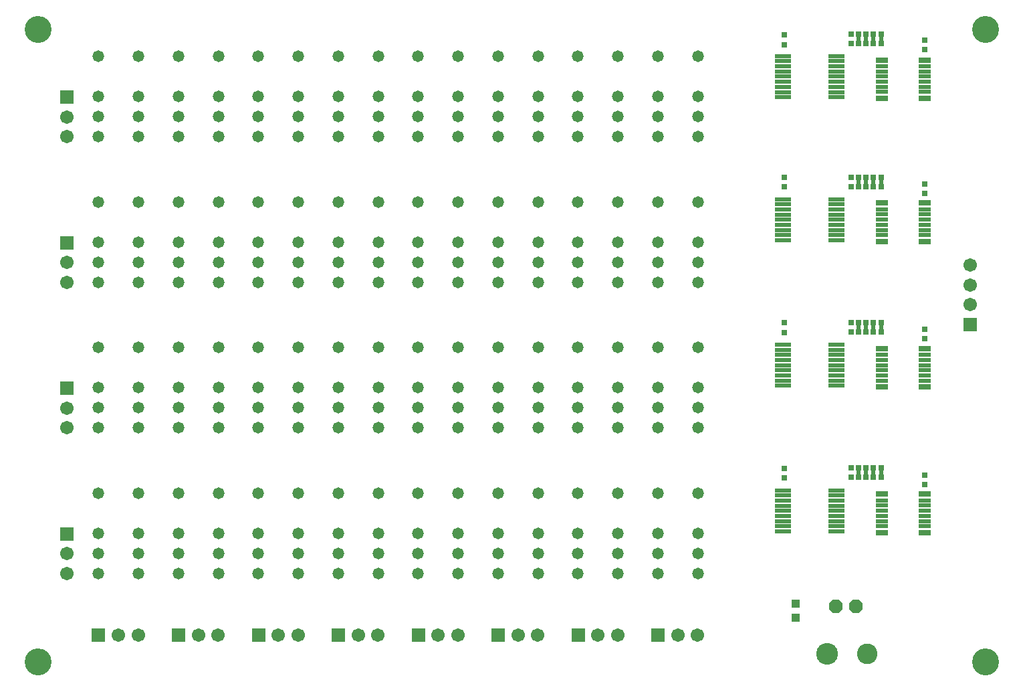
<source format=gts>
G75*
%MOIN*%
%OFA0B0*%
%FSLAX25Y25*%
%IPPOS*%
%LPD*%
%AMOC8*
5,1,8,0,0,1.08239X$1,22.5*
%
%ADD10C,0.13398*%
%ADD11C,0.05800*%
%ADD12R,0.07887X0.02375*%
%ADD13R,0.06312X0.03162*%
%ADD14R,0.06312X0.02375*%
%ADD15R,0.03150X0.03150*%
%ADD16R,0.01981X0.03950*%
%ADD17R,0.06706X0.06706*%
%ADD18C,0.06706*%
%ADD19C,0.10800*%
%ADD20C,0.10249*%
%ADD21OC8,0.06706*%
%ADD22R,0.04331X0.04331*%
D10*
X0074583Y0095567D03*
X0074583Y0410528D03*
X0547024Y0410528D03*
X0547024Y0095567D03*
D11*
X0403638Y0139661D03*
X0403638Y0149661D03*
X0403638Y0159661D03*
X0383638Y0159661D03*
X0383638Y0149661D03*
X0383638Y0139661D03*
X0363796Y0139661D03*
X0363796Y0149661D03*
X0363796Y0159661D03*
X0343796Y0159661D03*
X0343796Y0149661D03*
X0343796Y0139661D03*
X0323953Y0139661D03*
X0323953Y0149661D03*
X0323953Y0159661D03*
X0303953Y0159661D03*
X0303953Y0149661D03*
X0303953Y0139661D03*
X0284111Y0139661D03*
X0284111Y0149661D03*
X0284111Y0159661D03*
X0264111Y0159661D03*
X0264111Y0149661D03*
X0264111Y0139661D03*
X0244268Y0139661D03*
X0244268Y0149661D03*
X0244268Y0159661D03*
X0224268Y0159661D03*
X0224268Y0149661D03*
X0224268Y0139661D03*
X0204426Y0139661D03*
X0204426Y0149661D03*
X0204426Y0159661D03*
X0184426Y0159661D03*
X0184426Y0149661D03*
X0184426Y0139661D03*
X0164583Y0139661D03*
X0164583Y0149661D03*
X0164583Y0159661D03*
X0144583Y0159661D03*
X0144583Y0149661D03*
X0144583Y0139661D03*
X0124741Y0139661D03*
X0124741Y0149661D03*
X0124741Y0159661D03*
X0104741Y0159661D03*
X0104741Y0149661D03*
X0104741Y0139661D03*
X0104741Y0179661D03*
X0124741Y0179661D03*
X0144583Y0179661D03*
X0164583Y0179661D03*
X0184426Y0179661D03*
X0204426Y0179661D03*
X0224268Y0179661D03*
X0244268Y0179661D03*
X0264111Y0179661D03*
X0284111Y0179661D03*
X0303953Y0179661D03*
X0323953Y0179661D03*
X0343796Y0179661D03*
X0363796Y0179661D03*
X0383638Y0179661D03*
X0403638Y0179661D03*
X0403638Y0212161D03*
X0403638Y0222161D03*
X0403638Y0232161D03*
X0383638Y0232161D03*
X0383638Y0222161D03*
X0383638Y0212161D03*
X0363796Y0212161D03*
X0363796Y0222161D03*
X0363796Y0232161D03*
X0343796Y0232161D03*
X0343796Y0222161D03*
X0343796Y0212161D03*
X0323953Y0212161D03*
X0323953Y0222161D03*
X0323953Y0232161D03*
X0303953Y0232161D03*
X0303953Y0222161D03*
X0303953Y0212161D03*
X0284111Y0212161D03*
X0284111Y0222161D03*
X0284111Y0232161D03*
X0264111Y0232161D03*
X0264111Y0222161D03*
X0264111Y0212161D03*
X0244268Y0212161D03*
X0244268Y0222161D03*
X0244268Y0232161D03*
X0224268Y0232161D03*
X0224268Y0222161D03*
X0224268Y0212161D03*
X0204426Y0212161D03*
X0204426Y0222161D03*
X0204426Y0232161D03*
X0184426Y0232161D03*
X0184426Y0222161D03*
X0184426Y0212161D03*
X0164583Y0212161D03*
X0164583Y0222161D03*
X0164583Y0232161D03*
X0144583Y0232161D03*
X0144583Y0222161D03*
X0144583Y0212161D03*
X0124741Y0212161D03*
X0124741Y0222161D03*
X0124741Y0232161D03*
X0104741Y0232161D03*
X0104741Y0222161D03*
X0104741Y0212161D03*
X0104741Y0252161D03*
X0124741Y0252161D03*
X0144583Y0252161D03*
X0164583Y0252161D03*
X0184426Y0252161D03*
X0204426Y0252161D03*
X0224268Y0252161D03*
X0244268Y0252161D03*
X0264111Y0252161D03*
X0284111Y0252161D03*
X0303953Y0252161D03*
X0323953Y0252161D03*
X0343796Y0252161D03*
X0363796Y0252161D03*
X0383638Y0252161D03*
X0403638Y0252161D03*
X0403638Y0284661D03*
X0403638Y0294661D03*
X0403638Y0304661D03*
X0383638Y0304661D03*
X0383638Y0294661D03*
X0383638Y0284661D03*
X0363796Y0284661D03*
X0363796Y0294661D03*
X0363796Y0304661D03*
X0343796Y0304661D03*
X0343796Y0294661D03*
X0343796Y0284661D03*
X0323953Y0284661D03*
X0323953Y0294661D03*
X0323953Y0304661D03*
X0303953Y0304661D03*
X0303953Y0294661D03*
X0303953Y0284661D03*
X0284111Y0284661D03*
X0284111Y0294661D03*
X0284111Y0304661D03*
X0264111Y0304661D03*
X0264111Y0294661D03*
X0264111Y0284661D03*
X0244268Y0284661D03*
X0244268Y0294661D03*
X0244268Y0304661D03*
X0224268Y0304661D03*
X0224268Y0294661D03*
X0224268Y0284661D03*
X0204426Y0284661D03*
X0204426Y0294661D03*
X0204426Y0304661D03*
X0184426Y0304661D03*
X0184426Y0294661D03*
X0184426Y0284661D03*
X0164583Y0284661D03*
X0164583Y0294661D03*
X0164583Y0304661D03*
X0144583Y0304661D03*
X0144583Y0294661D03*
X0144583Y0284661D03*
X0124741Y0284661D03*
X0124741Y0294661D03*
X0124741Y0304661D03*
X0104741Y0304661D03*
X0104741Y0294661D03*
X0104741Y0284661D03*
X0104741Y0324661D03*
X0124741Y0324661D03*
X0144583Y0324661D03*
X0164583Y0324661D03*
X0184426Y0324661D03*
X0204426Y0324661D03*
X0224268Y0324661D03*
X0244268Y0324661D03*
X0264111Y0324661D03*
X0284111Y0324661D03*
X0303953Y0324661D03*
X0323953Y0324661D03*
X0343796Y0324661D03*
X0363796Y0324661D03*
X0383638Y0324661D03*
X0403638Y0324661D03*
X0403638Y0357161D03*
X0403638Y0367161D03*
X0403638Y0377161D03*
X0383638Y0377161D03*
X0383638Y0367161D03*
X0383638Y0357161D03*
X0363796Y0357161D03*
X0363796Y0367161D03*
X0363796Y0377161D03*
X0343796Y0377161D03*
X0343796Y0367161D03*
X0343796Y0357161D03*
X0323953Y0357161D03*
X0323953Y0367161D03*
X0323953Y0377161D03*
X0303953Y0377161D03*
X0303953Y0367161D03*
X0303953Y0357161D03*
X0284111Y0357161D03*
X0284111Y0367161D03*
X0284111Y0377161D03*
X0264111Y0377161D03*
X0264111Y0367161D03*
X0264111Y0357161D03*
X0244268Y0357161D03*
X0244268Y0367161D03*
X0244268Y0377161D03*
X0224268Y0377161D03*
X0224268Y0367161D03*
X0224268Y0357161D03*
X0204426Y0357161D03*
X0204426Y0367161D03*
X0204426Y0377161D03*
X0184426Y0377161D03*
X0184426Y0367161D03*
X0184426Y0357161D03*
X0164583Y0357161D03*
X0164583Y0367161D03*
X0164583Y0377161D03*
X0144583Y0377161D03*
X0144583Y0367161D03*
X0144583Y0357161D03*
X0124741Y0357161D03*
X0124741Y0367161D03*
X0124741Y0377161D03*
X0104741Y0377161D03*
X0104741Y0367161D03*
X0104741Y0357161D03*
X0104741Y0397161D03*
X0124741Y0397161D03*
X0144583Y0397161D03*
X0164583Y0397161D03*
X0184426Y0397161D03*
X0204426Y0397161D03*
X0224268Y0397161D03*
X0244268Y0397161D03*
X0264111Y0397161D03*
X0284111Y0397161D03*
X0303953Y0397161D03*
X0323953Y0397161D03*
X0343796Y0397161D03*
X0363796Y0397161D03*
X0383638Y0397161D03*
X0403638Y0397161D03*
D12*
X0446050Y0397398D03*
X0446050Y0394839D03*
X0446050Y0392280D03*
X0446050Y0389720D03*
X0446050Y0387161D03*
X0446050Y0384602D03*
X0446050Y0382043D03*
X0446050Y0379484D03*
X0446050Y0376925D03*
X0472625Y0376925D03*
X0472625Y0379484D03*
X0472625Y0382043D03*
X0472625Y0384602D03*
X0472625Y0387161D03*
X0472625Y0389720D03*
X0472625Y0392280D03*
X0472625Y0394839D03*
X0472625Y0397398D03*
X0472625Y0326148D03*
X0472625Y0323589D03*
X0472625Y0321030D03*
X0472625Y0318470D03*
X0472625Y0315911D03*
X0472625Y0313352D03*
X0472625Y0310793D03*
X0472625Y0308234D03*
X0472625Y0305675D03*
X0446050Y0305675D03*
X0446050Y0308234D03*
X0446050Y0310793D03*
X0446050Y0313352D03*
X0446050Y0315911D03*
X0446050Y0318470D03*
X0446050Y0321030D03*
X0446050Y0323589D03*
X0446050Y0326148D03*
X0446050Y0253648D03*
X0446050Y0251089D03*
X0446050Y0248530D03*
X0446050Y0245970D03*
X0446050Y0243411D03*
X0446050Y0240852D03*
X0446050Y0238293D03*
X0446050Y0235734D03*
X0446050Y0233175D03*
X0472625Y0233175D03*
X0472625Y0235734D03*
X0472625Y0238293D03*
X0472625Y0240852D03*
X0472625Y0243411D03*
X0472625Y0245970D03*
X0472625Y0248530D03*
X0472625Y0251089D03*
X0472625Y0253648D03*
X0472625Y0181148D03*
X0472625Y0178589D03*
X0472625Y0176030D03*
X0472625Y0173470D03*
X0472625Y0170911D03*
X0472625Y0168352D03*
X0472625Y0165793D03*
X0472625Y0163234D03*
X0472625Y0160675D03*
X0446050Y0160675D03*
X0446050Y0163234D03*
X0446050Y0165793D03*
X0446050Y0168352D03*
X0446050Y0170911D03*
X0446050Y0173470D03*
X0446050Y0176030D03*
X0446050Y0178589D03*
X0446050Y0181148D03*
D13*
X0495558Y0179209D03*
X0495558Y0160114D03*
X0516818Y0160114D03*
X0516818Y0179209D03*
X0516818Y0232614D03*
X0495558Y0232614D03*
X0495558Y0251709D03*
X0516818Y0251709D03*
X0516818Y0305114D03*
X0495558Y0305114D03*
X0495558Y0324209D03*
X0516818Y0324209D03*
X0516818Y0376364D03*
X0516818Y0395459D03*
X0495558Y0395459D03*
X0495558Y0376364D03*
D14*
X0495558Y0379514D03*
X0495558Y0382073D03*
X0495558Y0384632D03*
X0495558Y0387191D03*
X0495558Y0389750D03*
X0495558Y0392309D03*
X0516818Y0392309D03*
X0516818Y0389750D03*
X0516818Y0387191D03*
X0516818Y0384632D03*
X0516818Y0382073D03*
X0516818Y0379514D03*
X0516818Y0321059D03*
X0516818Y0318500D03*
X0516818Y0315941D03*
X0516818Y0313382D03*
X0516818Y0310823D03*
X0516818Y0308264D03*
X0495558Y0308264D03*
X0495558Y0310823D03*
X0495558Y0313382D03*
X0495558Y0315941D03*
X0495558Y0318500D03*
X0495558Y0321059D03*
X0495558Y0248559D03*
X0495558Y0246000D03*
X0495558Y0243441D03*
X0495558Y0240882D03*
X0495558Y0238323D03*
X0495558Y0235764D03*
X0516818Y0235764D03*
X0516818Y0238323D03*
X0516818Y0240882D03*
X0516818Y0243441D03*
X0516818Y0246000D03*
X0516818Y0248559D03*
X0516818Y0176059D03*
X0516818Y0173500D03*
X0516818Y0170941D03*
X0516818Y0168382D03*
X0516818Y0165823D03*
X0516818Y0163264D03*
X0495558Y0163264D03*
X0495558Y0165823D03*
X0495558Y0168382D03*
X0495558Y0170941D03*
X0495558Y0173500D03*
X0495558Y0176059D03*
D15*
X0494967Y0187535D03*
X0491217Y0187535D03*
X0487467Y0187535D03*
X0483717Y0187535D03*
X0479967Y0187535D03*
X0479967Y0192260D03*
X0483717Y0192260D03*
X0487467Y0192260D03*
X0491217Y0192260D03*
X0494967Y0192260D03*
X0516857Y0188805D03*
X0516857Y0184081D03*
X0446837Y0187299D03*
X0446837Y0192024D03*
X0516857Y0256581D03*
X0516857Y0261305D03*
X0494967Y0259917D03*
X0491217Y0259917D03*
X0487467Y0259917D03*
X0483717Y0259917D03*
X0479967Y0259917D03*
X0479967Y0264642D03*
X0483717Y0264642D03*
X0487467Y0264642D03*
X0491217Y0264642D03*
X0494967Y0264642D03*
X0446837Y0264524D03*
X0446837Y0259799D03*
X0446837Y0332299D03*
X0446837Y0337024D03*
X0479967Y0337024D03*
X0483717Y0337024D03*
X0487467Y0337024D03*
X0491217Y0337024D03*
X0494967Y0337024D03*
X0494967Y0332299D03*
X0491217Y0332299D03*
X0487467Y0332299D03*
X0483717Y0332299D03*
X0479967Y0332299D03*
X0516857Y0333805D03*
X0516857Y0329081D03*
X0516690Y0400528D03*
X0516690Y0405252D03*
X0494967Y0403569D03*
X0491217Y0403569D03*
X0487467Y0403569D03*
X0483717Y0403569D03*
X0479967Y0403569D03*
X0479967Y0408293D03*
X0483717Y0408293D03*
X0487467Y0408293D03*
X0491217Y0408293D03*
X0494967Y0408293D03*
X0446631Y0407860D03*
X0446631Y0403136D03*
D16*
X0483717Y0405931D03*
X0487467Y0405931D03*
X0491217Y0405931D03*
X0494967Y0405931D03*
X0494967Y0334661D03*
X0491217Y0334661D03*
X0487467Y0334661D03*
X0483717Y0334661D03*
X0483717Y0262280D03*
X0487467Y0262280D03*
X0491217Y0262280D03*
X0494967Y0262280D03*
X0494967Y0189898D03*
X0491217Y0189898D03*
X0487467Y0189898D03*
X0483717Y0189898D03*
D17*
X0539337Y0263648D03*
X0383796Y0109091D03*
X0343953Y0109091D03*
X0304111Y0109091D03*
X0264268Y0109091D03*
X0224426Y0109091D03*
X0184583Y0109091D03*
X0144741Y0109091D03*
X0104898Y0109091D03*
X0089209Y0159346D03*
X0089209Y0231846D03*
X0089209Y0304346D03*
X0089209Y0376846D03*
D18*
X0089209Y0367004D03*
X0089209Y0357161D03*
X0089209Y0294504D03*
X0089209Y0284661D03*
X0089209Y0222004D03*
X0089209Y0212161D03*
X0089209Y0149504D03*
X0089209Y0139661D03*
X0114741Y0109091D03*
X0124583Y0109091D03*
X0154583Y0109091D03*
X0164426Y0109091D03*
X0194426Y0109091D03*
X0204268Y0109091D03*
X0234268Y0109091D03*
X0244111Y0109091D03*
X0274111Y0109091D03*
X0283953Y0109091D03*
X0313953Y0109091D03*
X0323796Y0109091D03*
X0353796Y0109091D03*
X0363638Y0109091D03*
X0393638Y0109091D03*
X0403481Y0109091D03*
X0539337Y0273490D03*
X0539337Y0283333D03*
X0539337Y0293175D03*
D19*
X0468087Y0099819D03*
D20*
X0488087Y0099819D03*
D21*
X0482388Y0123372D03*
X0472388Y0123372D03*
D22*
X0452536Y0124701D03*
X0452536Y0117614D03*
M02*

</source>
